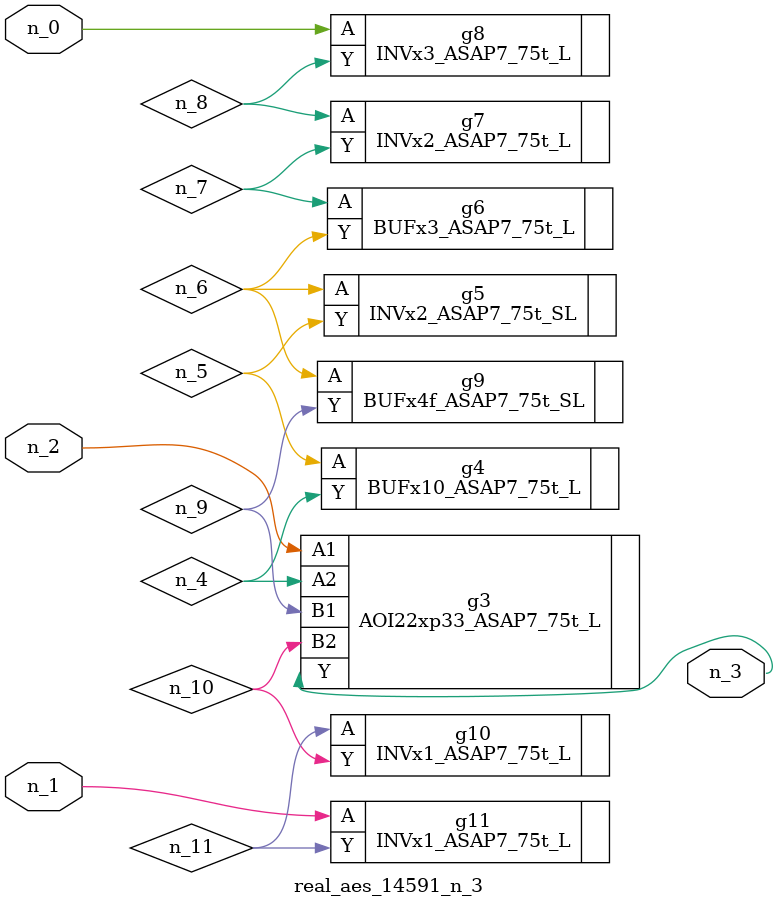
<source format=v>
module real_aes_14591_n_3 (n_0, n_2, n_1, n_3);
input n_0;
input n_2;
input n_1;
output n_3;
wire n_4;
wire n_5;
wire n_7;
wire n_9;
wire n_6;
wire n_8;
wire n_10;
wire n_11;
INVx3_ASAP7_75t_L g8 ( .A(n_0), .Y(n_8) );
INVx1_ASAP7_75t_L g11 ( .A(n_1), .Y(n_11) );
AOI22xp33_ASAP7_75t_L g3 ( .A1(n_2), .A2(n_4), .B1(n_9), .B2(n_10), .Y(n_3) );
BUFx10_ASAP7_75t_L g4 ( .A(n_5), .Y(n_4) );
INVx2_ASAP7_75t_SL g5 ( .A(n_6), .Y(n_5) );
BUFx4f_ASAP7_75t_SL g9 ( .A(n_6), .Y(n_9) );
BUFx3_ASAP7_75t_L g6 ( .A(n_7), .Y(n_6) );
INVx2_ASAP7_75t_L g7 ( .A(n_8), .Y(n_7) );
INVx1_ASAP7_75t_L g10 ( .A(n_11), .Y(n_10) );
endmodule
</source>
